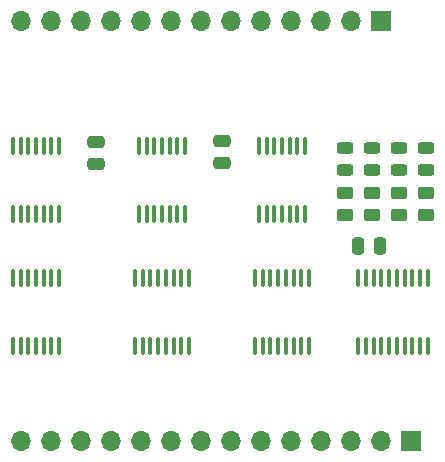
<source format=gbr>
%TF.GenerationSoftware,KiCad,Pcbnew,(6.0.0-0)*%
%TF.CreationDate,2022-01-18T20:41:07-05:00*%
%TF.ProjectId,Flags Register,466c6167-7320-4526-9567-69737465722e,rev?*%
%TF.SameCoordinates,Original*%
%TF.FileFunction,Soldermask,Top*%
%TF.FilePolarity,Negative*%
%FSLAX46Y46*%
G04 Gerber Fmt 4.6, Leading zero omitted, Abs format (unit mm)*
G04 Created by KiCad (PCBNEW (6.0.0-0)) date 2022-01-18 20:41:07*
%MOMM*%
%LPD*%
G01*
G04 APERTURE LIST*
G04 Aperture macros list*
%AMRoundRect*
0 Rectangle with rounded corners*
0 $1 Rounding radius*
0 $2 $3 $4 $5 $6 $7 $8 $9 X,Y pos of 4 corners*
0 Add a 4 corners polygon primitive as box body*
4,1,4,$2,$3,$4,$5,$6,$7,$8,$9,$2,$3,0*
0 Add four circle primitives for the rounded corners*
1,1,$1+$1,$2,$3*
1,1,$1+$1,$4,$5*
1,1,$1+$1,$6,$7*
1,1,$1+$1,$8,$9*
0 Add four rect primitives between the rounded corners*
20,1,$1+$1,$2,$3,$4,$5,0*
20,1,$1+$1,$4,$5,$6,$7,0*
20,1,$1+$1,$6,$7,$8,$9,0*
20,1,$1+$1,$8,$9,$2,$3,0*%
G04 Aperture macros list end*
%ADD10RoundRect,0.250000X-0.475000X0.250000X-0.475000X-0.250000X0.475000X-0.250000X0.475000X0.250000X0*%
%ADD11RoundRect,0.250000X-0.250000X-0.475000X0.250000X-0.475000X0.250000X0.475000X-0.250000X0.475000X0*%
%ADD12RoundRect,0.243750X0.456250X-0.243750X0.456250X0.243750X-0.456250X0.243750X-0.456250X-0.243750X0*%
%ADD13RoundRect,0.250000X-0.450000X0.262500X-0.450000X-0.262500X0.450000X-0.262500X0.450000X0.262500X0*%
%ADD14RoundRect,0.100000X0.100000X-0.637500X0.100000X0.637500X-0.100000X0.637500X-0.100000X-0.637500X0*%
%ADD15RoundRect,0.100000X-0.100000X0.637500X-0.100000X-0.637500X0.100000X-0.637500X0.100000X0.637500X0*%
%ADD16R,1.700000X1.700000*%
%ADD17O,1.700000X1.700000*%
G04 APERTURE END LIST*
D10*
%TO.C,C1*%
X59436000Y-94554000D03*
X59436000Y-96454000D03*
%TD*%
D11*
%TO.C,C2*%
X81600000Y-103378000D03*
X83500000Y-103378000D03*
%TD*%
D10*
%TO.C,C3*%
X70104000Y-94488000D03*
X70104000Y-96388000D03*
%TD*%
D12*
%TO.C,D1*%
X87376000Y-96949500D03*
X87376000Y-95074500D03*
%TD*%
%TO.C,D2*%
X85090000Y-96949500D03*
X85090000Y-95074500D03*
%TD*%
%TO.C,D3*%
X82804000Y-96949500D03*
X82804000Y-95074500D03*
%TD*%
%TO.C,D4*%
X80518000Y-96949500D03*
X80518000Y-95074500D03*
%TD*%
D13*
%TO.C,R1*%
X87376000Y-98909500D03*
X87376000Y-100734500D03*
%TD*%
%TO.C,R2*%
X85090000Y-98909500D03*
X85090000Y-100734500D03*
%TD*%
%TO.C,R3*%
X82804000Y-98909500D03*
X82804000Y-100734500D03*
%TD*%
%TO.C,R4*%
X80518000Y-98909500D03*
X80518000Y-100734500D03*
%TD*%
D14*
%TO.C,U1*%
X72909000Y-111828500D03*
X73559000Y-111828500D03*
X74209000Y-111828500D03*
X74859000Y-111828500D03*
X75509000Y-111828500D03*
X76159000Y-111828500D03*
X76809000Y-111828500D03*
X77459000Y-111828500D03*
X77459000Y-106103500D03*
X76809000Y-106103500D03*
X76159000Y-106103500D03*
X75509000Y-106103500D03*
X74859000Y-106103500D03*
X74209000Y-106103500D03*
X73559000Y-106103500D03*
X72909000Y-106103500D03*
%TD*%
D15*
%TO.C,U2*%
X87507000Y-106103500D03*
X86857000Y-106103500D03*
X86207000Y-106103500D03*
X85557000Y-106103500D03*
X84907000Y-106103500D03*
X84257000Y-106103500D03*
X83607000Y-106103500D03*
X82957000Y-106103500D03*
X82307000Y-106103500D03*
X81657000Y-106103500D03*
X81657000Y-111828500D03*
X82307000Y-111828500D03*
X82957000Y-111828500D03*
X83607000Y-111828500D03*
X84257000Y-111828500D03*
X84907000Y-111828500D03*
X85557000Y-111828500D03*
X86207000Y-111828500D03*
X86857000Y-111828500D03*
X87507000Y-111828500D03*
%TD*%
D14*
%TO.C,U35*%
X52406000Y-100652500D03*
X53056000Y-100652500D03*
X53706000Y-100652500D03*
X54356000Y-100652500D03*
X55006000Y-100652500D03*
X55656000Y-100652500D03*
X56306000Y-100652500D03*
X56306000Y-94927500D03*
X55656000Y-94927500D03*
X55006000Y-94927500D03*
X54356000Y-94927500D03*
X53706000Y-94927500D03*
X53056000Y-94927500D03*
X52406000Y-94927500D03*
%TD*%
%TO.C,U36*%
X52406000Y-111828500D03*
X53056000Y-111828500D03*
X53706000Y-111828500D03*
X54356000Y-111828500D03*
X55006000Y-111828500D03*
X55656000Y-111828500D03*
X56306000Y-111828500D03*
X56306000Y-106103500D03*
X55656000Y-106103500D03*
X55006000Y-106103500D03*
X54356000Y-106103500D03*
X53706000Y-106103500D03*
X53056000Y-106103500D03*
X52406000Y-106103500D03*
%TD*%
%TO.C,U37*%
X63074000Y-100652500D03*
X63724000Y-100652500D03*
X64374000Y-100652500D03*
X65024000Y-100652500D03*
X65674000Y-100652500D03*
X66324000Y-100652500D03*
X66974000Y-100652500D03*
X66974000Y-94927500D03*
X66324000Y-94927500D03*
X65674000Y-94927500D03*
X65024000Y-94927500D03*
X64374000Y-94927500D03*
X63724000Y-94927500D03*
X63074000Y-94927500D03*
%TD*%
%TO.C,U38*%
X62749000Y-111828500D03*
X63399000Y-111828500D03*
X64049000Y-111828500D03*
X64699000Y-111828500D03*
X65349000Y-111828500D03*
X65999000Y-111828500D03*
X66649000Y-111828500D03*
X67299000Y-111828500D03*
X67299000Y-106103500D03*
X66649000Y-106103500D03*
X65999000Y-106103500D03*
X65349000Y-106103500D03*
X64699000Y-106103500D03*
X64049000Y-106103500D03*
X63399000Y-106103500D03*
X62749000Y-106103500D03*
%TD*%
%TO.C,U39*%
X73234000Y-100652500D03*
X73884000Y-100652500D03*
X74534000Y-100652500D03*
X75184000Y-100652500D03*
X75834000Y-100652500D03*
X76484000Y-100652500D03*
X77134000Y-100652500D03*
X77134000Y-94927500D03*
X76484000Y-94927500D03*
X75834000Y-94927500D03*
X75184000Y-94927500D03*
X74534000Y-94927500D03*
X73884000Y-94927500D03*
X73234000Y-94927500D03*
%TD*%
D16*
%TO.C,J2*%
X86106000Y-119888000D03*
D17*
X83566000Y-119888000D03*
X81026000Y-119888000D03*
X78486000Y-119888000D03*
X75946000Y-119888000D03*
X73406000Y-119888000D03*
X70866000Y-119888000D03*
X68326000Y-119888000D03*
X65786000Y-119888000D03*
X63246000Y-119888000D03*
X60706000Y-119888000D03*
X58166000Y-119888000D03*
X55626000Y-119888000D03*
X53086000Y-119888000D03*
%TD*%
D16*
%TO.C,J1*%
X83566000Y-84328000D03*
D17*
X81026000Y-84328000D03*
X78486000Y-84328000D03*
X75946000Y-84328000D03*
X73406000Y-84328000D03*
X70866000Y-84328000D03*
X68326000Y-84328000D03*
X65786000Y-84328000D03*
X63246000Y-84328000D03*
X60706000Y-84328000D03*
X58166000Y-84328000D03*
X55626000Y-84328000D03*
X53086000Y-84328000D03*
%TD*%
M02*

</source>
